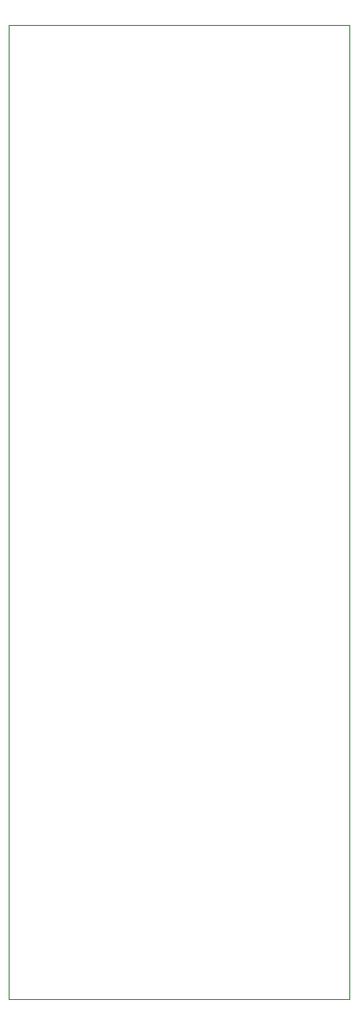
<source format=gbr>
%TF.GenerationSoftware,KiCad,Pcbnew,5.1.10-88a1d61d58~88~ubuntu20.04.1*%
%TF.CreationDate,2021-05-25T18:48:27+07:00*%
%TF.ProjectId,Hirose_DF40HC_60DS_V04_Header_Adapter,4869726f-7365-45f4-9446-343048435f36,rev?*%
%TF.SameCoordinates,Original*%
%TF.FileFunction,Profile,NP*%
%FSLAX46Y46*%
G04 Gerber Fmt 4.6, Leading zero omitted, Abs format (unit mm)*
G04 Created by KiCad (PCBNEW 5.1.10-88a1d61d58~88~ubuntu20.04.1) date 2021-05-25 18:48:27*
%MOMM*%
%LPD*%
G01*
G04 APERTURE LIST*
%TA.AperFunction,Profile*%
%ADD10C,0.050000*%
%TD*%
G04 APERTURE END LIST*
D10*
X107500000Y-118500000D02*
X137500000Y-118500000D01*
X137500000Y-118500000D02*
X137500000Y-32500000D01*
X107500000Y-32500000D02*
X107500000Y-118500000D01*
X137500000Y-32500000D02*
X107500000Y-32500000D01*
M02*

</source>
